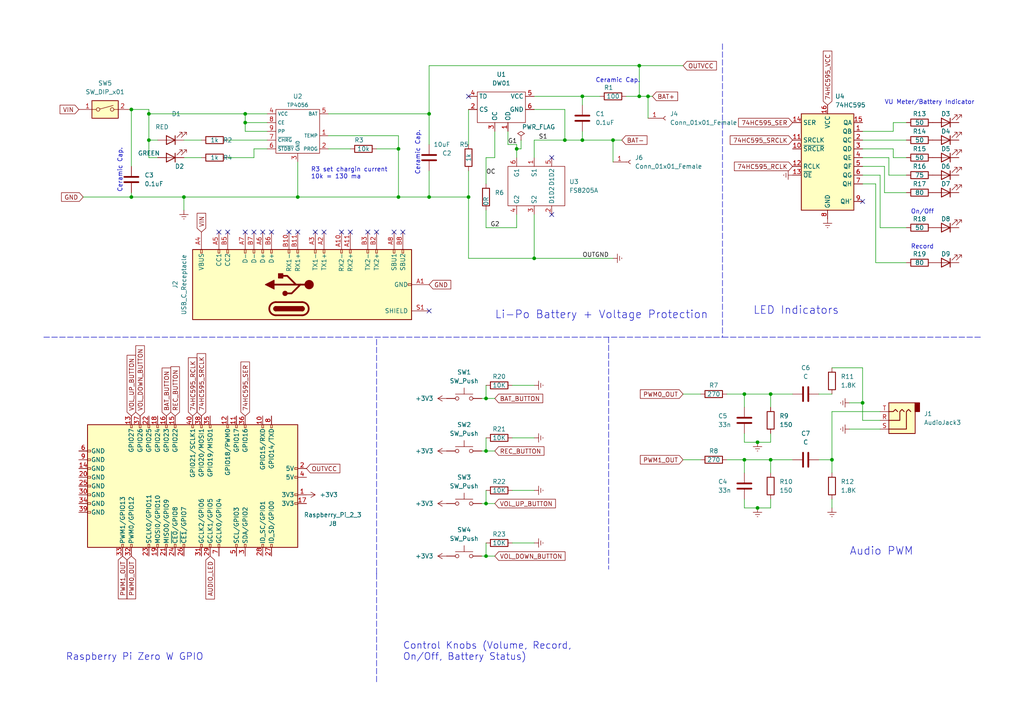
<source format=kicad_sch>
(kicad_sch (version 20230121) (generator eeschema)
  (paper "A4")
  (title_block (title "Etherscape mkII"))
  (lib_symbols
    (symbol "74xx:74HC595"
      (property "Reference" "U" (at -7.62 13.97 0))
      (property "Value" "74HC595" (at -7.62 -16.51 0))
      (symbol "74HC595_1_0"
        (pin tri_state line (at 10.16 7.62 180) (length 2.54) (name "QB") (number "1"))
        (pin input line (at -10.16 2.54 0) (length 2.54) (name "~{SRCLR}") (number "10"))
        (pin input line (at -10.16 5.08 0) (length 2.54) (name "SRCLK") (number "11"))
        (pin input line (at -10.16 -2.54 0) (length 2.54) (name "RCLK") (number "12"))
        (pin input line (at -10.16 -5.08 0) (length 2.54) (name "~{OE}") (number "13"))
        (pin input line (at -10.16 10.16 0) (length 2.54) (name "SER") (number "14"))
        (pin tri_state line (at 10.16 10.16 180) (length 2.54) (name "QA") (number "15"))
        (pin power_in line (at 0 15.24 270) (length 2.54) (name "VCC") (number "16"))
        (pin tri_state line (at 10.16 5.08 180) (length 2.54) (name "QC") (number "2"))
        (pin tri_state line (at 10.16 2.54 180) (length 2.54) (name "QD") (number "3"))
        (pin tri_state line (at 10.16 0 180) (length 2.54) (name "QE") (number "4"))
        (pin tri_state line (at 10.16 -2.54 180) (length 2.54) (name "QF") (number "5"))
        (pin tri_state line (at 10.16 -5.08 180) (length 2.54) (name "QG") (number "6"))
        (pin tri_state line (at 10.16 -7.62 180) (length 2.54) (name "QH") (number "7"))
        (pin power_in line (at 0 -17.78 90) (length 2.54) (name "GND") (number "8"))
        (pin output line (at 10.16 -12.7 180) (length 2.54) (name "QH'") (number "9"))
      )
      (symbol "74HC595_1_1"
        (rectangle (start -7.62 12.7) (end 7.62 -15.24) (stroke (width 0.254)) (fill (type background)))
      )
    )
    (symbol "Connector:Conn_01x01_Female" (pin_names (offset 1.016) hide)
      (property "Reference" "J" (at 0 2.54 0))
      (property "Value" "Conn_01x01_Female" (at 0 -2.54 0))
      (symbol "Conn_01x01_Female_1_1"
        (polyline (pts (xy -1.27 0) (xy -0.508 0)) (stroke (width 0.1524)))
        (arc (start 0 0.508) (mid -0.5058 0) (end 0 -0.508) (stroke (width 0.1524)))
        (pin passive line (at -5.08 0 0) (length 3.81) (name "Pin_1") (number "1"))
      )
    )
    (symbol "Connector:Raspberry_Pi_2_3" (pin_names (offset 1.016))
      (property "Reference" "J" (at -17.78 31.75 0))
      (property "Value" "Raspberry_Pi_2_3" (at 10.16 -31.75 0))
      (symbol "Raspberry_Pi_2_3_0_1"
        (rectangle (start -17.78 30.48) (end 17.78 -30.48) (stroke (width 0.254)) (fill (type background)))
      )
      (symbol "Raspberry_Pi_2_3_1_1"
        (rectangle (start -16.891 -17.526) (end -17.78 -18.034))
        (rectangle (start -16.891 -14.986) (end -17.78 -15.494))
        (rectangle (start -16.891 -12.446) (end -17.78 -12.954))
        (rectangle (start -16.891 -9.906) (end -17.78 -10.414))
        (rectangle (start -16.891 -7.366) (end -17.78 -7.874))
        (rectangle (start -16.891 -4.826) (end -17.78 -5.334))
        (rectangle (start -16.891 0.254) (end -17.78 -0.254))
        (rectangle (start -16.891 2.794) (end -17.78 2.286))
        (rectangle (start -16.891 5.334) (end -17.78 4.826))
        (rectangle (start -16.891 10.414) (end -17.78 9.906))
        (rectangle (start -16.891 12.954) (end -17.78 12.446))
        (rectangle (start -16.891 15.494) (end -17.78 14.986))
        (rectangle (start -16.891 20.574) (end -17.78 20.066))
        (rectangle (start -16.891 23.114) (end -17.78 22.606))
        (rectangle (start -10.414 -29.591) (end -9.906 -30.48))
        (rectangle (start -7.874 -29.591) (end -7.366 -30.48))
        (rectangle (start -5.334 -29.591) (end -4.826 -30.48))
        (rectangle (start -5.334 30.48) (end -4.826 29.591))
        (rectangle (start -2.794 -29.591) (end -2.286 -30.48))
        (rectangle (start -2.794 30.48) (end -2.286 29.591))
        (rectangle (start -0.254 -29.591) (end 0.254 -30.48))
        (rectangle (start 2.286 -29.591) (end 2.794 -30.48))
        (rectangle (start 2.286 30.48) (end 2.794 29.591))
        (rectangle (start 4.826 -29.591) (end 5.334 -30.48))
        (rectangle (start 4.826 30.48) (end 5.334 29.591))
        (rectangle (start 7.366 -29.591) (end 7.874 -30.48))
        (rectangle (start 17.78 -20.066) (end 16.891 -20.574))
        (rectangle (start 17.78 -17.526) (end 16.891 -18.034))
        (rectangle (start 17.78 -12.446) (end 16.891 -12.954))
        (rectangle (start 17.78 -9.906) (end 16.891 -10.414))
        (rectangle (start 17.78 -7.366) (end 16.891 -7.874))
        (rectangle (start 17.78 -4.826) (end 16.891 -5.334))
        (rectangle (start 17.78 -2.286) (end 16.891 -2.794))
        (rectangle (start 17.78 2.794) (end 16.891 2.286))
        (rectangle (start 17.78 5.334) (end 16.891 4.826))
        (rectangle (start 17.78 7.874) (end 16.891 7.366))
        (rectangle (start 17.78 12.954) (end 16.891 12.446))
        (rectangle (start 17.78 15.494) (end 16.891 14.986))
        (rectangle (start 17.78 20.574) (end 16.891 20.066))
        (rectangle (start 17.78 23.114) (end 16.891 22.606))
        (pin power_in line (at 2.54 33.02 270) (length 2.54) (name "3V3") (number "1"))
        (pin bidirectional line (at -20.32 20.32 0) (length 2.54) (name "GPIO15/RXD") (number "10"))
        (pin bidirectional line (at -20.32 12.7 0) (length 2.54) (name "GPIO17") (number "11"))
        (pin bidirectional line (at -20.32 10.16 0) (length 2.54) (name "GPIO18/PWM0") (number "12"))
        (pin bidirectional line (at -20.32 -17.78 0) (length 2.54) (name "GPIO27") (number "13"))
        (pin power_in line (at -5.08 -33.02 90) (length 2.54) (name "GND") (number "14"))
        (pin bidirectional line (at -20.32 -5.08 0) (length 2.54) (name "GPIO22") (number "15"))
        (pin bidirectional line (at -20.32 -7.62 0) (length 2.54) (name "GPIO23") (number "16"))
        (pin power_in line (at 5.08 33.02 270) (length 2.54) (name "3V3") (number "17"))
        (pin bidirectional line (at -20.32 -10.16 0) (length 2.54) (name "GPIO24") (number "18"))
        (pin bidirectional line (at 20.32 -10.16 180) (length 2.54) (name "MOSI0/GPIO10") (number "19"))
        (pin power_in line (at -5.08 33.02 270) (length 2.54) (name "5V") (number "2"))
        (pin power_in line (at -2.54 -33.02 90) (length 2.54) (name "GND") (number "20"))
        (pin bidirectional line (at 20.32 -7.62 180) (length 2.54) (name "MISO0/GPIO9") (number "21"))
        (pin bidirectional line (at -20.32 -12.7 0) (length 2.54) (name "GPIO25") (number "22"))
        (pin bidirectional line (at 20.32 -12.7 180) (length 2.54) (name "SCLK0/GPIO11") (number "23"))
        (pin bidirectional line (at 20.32 -5.08 180) (length 2.54) (name "~{CE0}/GPIO8") (number "24"))
        (pin power_in line (at 0 -33.02 90) (length 2.54) (name "GND") (number "25"))
        (pin bidirectional line (at 20.32 -2.54 180) (length 2.54) (name "~{CE1}/GPIO7") (number "26"))
        (pin bidirectional line (at 20.32 22.86 180) (length 2.54) (name "ID_SD/GPIO0") (number "27"))
        (pin bidirectional line (at 20.32 20.32 180) (length 2.54) (name "ID_SC/GPIO1") (number "28"))
        (pin bidirectional line (at 20.32 5.08 180) (length 2.54) (name "GCLK1/GPIO5") (number "29"))
        (pin bidirectional line (at 20.32 15.24 180) (length 2.54) (name "SDA/GPIO2") (number "3"))
        (pin power_in line (at 2.54 -33.02 90) (length 2.54) (name "GND") (number "30"))
        (pin bidirectional line (at 20.32 2.54 180) (length 2.54) (name "GCLK2/GPIO6") (number "31"))
        (pin bidirectional line (at 20.32 -17.78 180) (length 2.54) (name "PWM0/GPIO12") (number "32"))
        (pin bidirectional line (at 20.32 -20.32 180) (length 2.54) (name "PWM1/GPIO13") (number "33"))
        (pin power_in line (at 5.08 -33.02 90) (length 2.54) (name "GND") (number "34"))
        (pin bidirectional line (at -20.32 5.08 0) (length 2.54) (name "GPIO19/MISO1") (number "35"))
        (pin bidirectional line (at -20.32 15.24 0) (length 2.54) (name "GPIO16") (number "36"))
        (pin bidirectional line (at -20.32 -15.24 0) (length 2.54) (name "GPIO26") (number "37"))
        (pin bidirectional line (at -20.32 2.54 0) (length 2.54) (name "GPIO20/MOSI1") (number "38"))
        (pin power_in line (at 7.62 -33.02 90) (length 2.54) (name "GND") (number "39"))
        (pin power_in line (at -2.54 33.02 270) (length 2.54) (name "5V") (number "4"))
        (pin bidirectional line (at -20.32 0 0) (length 2.54) (name "GPIO21/SCLK1") (number "40"))
        (pin bidirectional line (at 20.32 12.7 180) (length 2.54) (name "SCL/GPIO3") (number "5"))
        (pin power_in line (at -10.16 -33.02 90) (length 2.54) (name "GND") (number "6"))
        (pin bidirectional line (at 20.32 7.62 180) (length 2.54) (name "GCLK0/GPIO4") (number "7"))
        (pin bidirectional line (at -20.32 22.86 0) (length 2.54) (name "GPIO14/TXD") (number "8"))
        (pin power_in line (at -7.62 -33.02 90) (length 2.54) (name "GND") (number "9"))
      )
    )
    (symbol "Connector:USB_C_Receptacle" (pin_names (offset 1.016))
      (property "Reference" "J" (at -10.16 29.21 0))
      (property "Value" "USB_C_Receptacle" (at 10.16 29.21 0))
      (symbol "USB_C_Receptacle_0_0"
        (rectangle (start -0.254 -35.56) (end 0.254 -34.544))
        (rectangle (start 10.16 -32.766) (end 9.144 -33.274))
        (rectangle (start 10.16 -30.226) (end 9.144 -30.734))
        (rectangle (start 10.16 -25.146) (end 9.144 -25.654))
        (rectangle (start 10.16 -22.606) (end 9.144 -23.114))
        (rectangle (start 10.16 -17.526) (end 9.144 -18.034))
        (rectangle (start 10.16 -14.986) (end 9.144 -15.494))
        (rectangle (start 10.16 -9.906) (end 9.144 -10.414))
        (rectangle (start 10.16 -7.366) (end 9.144 -7.874))
        (rectangle (start 10.16 -2.286) (end 9.144 -2.794))
        (rectangle (start 10.16 0.254) (end 9.144 -0.254))
        (rectangle (start 10.16 5.334) (end 9.144 4.826))
        (rectangle (start 10.16 7.874) (end 9.144 7.366))
        (rectangle (start 10.16 10.414) (end 9.144 9.906))
        (rectangle (start 10.16 12.954) (end 9.144 12.446))
        (rectangle (start 10.16 18.034) (end 9.144 17.526))
        (rectangle (start 10.16 20.574) (end 9.144 20.066))
        (rectangle (start 10.16 25.654) (end 9.144 25.146))
      )
      (symbol "USB_C_Receptacle_0_1"
        (rectangle (start -10.16 27.94) (end 10.16 -35.56) (stroke (width 0.254)) (fill (type background)))
        (arc (start -8.89 -3.81) (mid -6.985 -5.7067) (end -5.08 -3.81) (stroke (width 0.508)))
        (arc (start -7.62 -3.81) (mid -6.985 -4.4423) (end -6.35 -3.81) (stroke (width 0.254)))
        (arc (start -7.62 -3.81) (mid -6.985 -4.4423) (end -6.35 -3.81) (stroke (width 0.254)) (fill (type outline)))
        (rectangle (start -7.62 -3.81) (end -6.35 3.81) (stroke (width 0.254)) (fill (type outline)))
        (arc (start -6.35 3.81) (mid -6.985 4.4423) (end -7.62 3.81) (stroke (width 0.254)))
        (arc (start -6.35 3.81) (mid -6.985 4.4423) (end -7.62 3.81) (stroke (width 0.254)) (fill (type outline)))
        (arc (start -5.08 3.81) (mid -6.985 5.7067) (end -8.89 3.81) (stroke (width 0.508)))
        (polyline (pts (xy -8.89 -3.81) (xy -8.89 3.81)) (stroke (width 0.508)))
        (polyline (pts (xy -5.08 3.81) (xy -5.08 -3.81)) (stroke (width 0.508)))
      )
      (symbol "USB_C_Receptacle_1_1"
        (circle (center -2.54 1.143) (radius 0.635) (stroke (width 0.254)) (fill (type outline)))
        (circle (center 0 -5.842) (radius 1.27) (fill (type outline)))
        (polyline (pts (xy 0 -5.842) (xy 0 4.318)) (stroke (width 0.508)))
        (polyline (pts (xy 0 -3.302) (xy -2.54 -0.762) (xy -2.54 0.508)) (stroke (width 0.508)))
        (polyline (pts (xy 0 -2.032) (xy 2.54 0.508) (xy 2.54 1.778)) (stroke (width 0.508)))
        (polyline (pts (xy -1.27 4.318) (xy 0 6.858) (xy 1.27 4.318) (xy -1.27 4.318)) (stroke (width 0.254)) (fill (type outline)))
        (rectangle (start 1.905 1.778) (end 3.175 3.048) (stroke (width 0.254)) (fill (type outline)))
        (pin passive line (at 0 -40.64 90) (length 5.08) (name "GND") (number "A1"))
        (pin bidirectional line (at 15.24 -15.24 180) (length 5.08) (name "RX2-") (number "A10"))
        (pin bidirectional line (at 15.24 -17.78 180) (length 5.08) (name "RX2+") (number "A11"))
        (pin passive line (at 0 -40.64 90) (length 5.08) hide (name "GND") (number "A12"))
        (pin bidirectional line (at 15.24 -10.16 180) (length 5.08) (name "TX1+") (number "A2"))
        (pin bidirectional line (at 15.24 -7.62 180) (length 5.08) (name "TX1-") (number "A3"))
        (pin passive line (at 15.24 25.4 180) (length 5.08) (name "VBUS") (number "A4"))
        (pin bidirectional line (at 15.24 20.32 180) (length 5.08) (name "CC1") (number "A5"))
        (pin bidirectional line (at 15.24 7.62 180) (length 5.08) (name "D+") (number "A6"))
        (pin bidirectional line (at 15.24 12.7 180) (length 5.08) (name "D-") (number "A7"))
        (pin bidirectional line (at 15.24 -30.48 180) (length 5.08) (name "SBU1") (number "A8"))
        (pin passive line (at 15.24 25.4 180) (length 5.08) hide (name "VBUS") (number "A9"))
        (pin passive line (at 0 -40.64 90) (length 5.08) hide (name "GND") (number "B1"))
        (pin bidirectional line (at 15.24 0 180) (length 5.08) (name "RX1-") (number "B10"))
        (pin bidirectional line (at 15.24 -2.54 180) (length 5.08) (name "RX1+") (number "B11"))
        (pin passive line (at 0 -40.64 90) (length 5.08) hide (name "GND") (number "B12"))
        (pin bidirectional line (at 15.24 -25.4 180) (length 5.08) (name "TX2+") (number "B2"))
        (pin bidirectional line (at 15.24 -22.86 180) (length 5.08) (name "TX2-") (number "B3"))
        (pin passive line (at 15.24 25.4 180) (length 5.08) hide (name "VBUS") (number "B4"))
        (pin bidirectional line (at 15.24 17.78 180) (length 5.08) (name "CC2") (number "B5"))
        (pin bidirectional line (at 15.24 5.08 180) (length 5.08) (name "D+") (number "B6"))
        (pin bidirectional line (at 15.24 10.16 180) (length 5.08) (name "D-") (number "B7"))
        (pin bidirectional line (at 15.24 -33.02 180) (length 5.08) (name "SBU2") (number "B8"))
        (pin passive line (at 15.24 25.4 180) (length 5.08) hide (name "VBUS") (number "B9"))
        (pin passive line (at -7.62 -40.64 90) (length 5.08) (name "SHIELD") (number "S1"))
      )
    )
    (symbol "Connector_Audio:AudioJack3"
      (property "Reference" "J" (at 0 8.89 0))
      (property "Value" "AudioJack3" (at 0 6.35 0))
      (symbol "AudioJack3_0_1"
        (rectangle (start -5.08 -5.08) (end -6.35 -2.54) (stroke (width 0.254)) (fill (type outline)))
        (polyline (pts (xy 0 -2.54) (xy 0.635 -3.175) (xy 1.27 -2.54) (xy 2.54 -2.54)) (stroke (width 0.254)))
        (polyline (pts (xy -1.905 -2.54) (xy -1.27 -3.175) (xy -0.635 -2.54) (xy -0.635 0) (xy 2.54 0)) (stroke (width 0.254)))
        (polyline (pts (xy 2.54 2.54) (xy -2.54 2.54) (xy -2.54 -2.54) (xy -3.175 -3.175) (xy -3.81 -2.54)) (stroke (width 0.254)))
        (rectangle (start 2.54 3.81) (end -5.08 -5.08) (stroke (width 0.254)) (fill (type background)))
      )
      (symbol "AudioJack3_1_1"
        (pin passive line (at 5.08 0 180) (length 2.54) (name "~") (number "R"))
        (pin passive line (at 5.08 2.54 180) (length 2.54) (name "~") (number "S"))
        (pin passive line (at 5.08 -2.54 180) (length 2.54) (name "~") (number "T"))
      )
    )
    (symbol "Device:C" (pin_numbers hide) (pin_names (offset 0.254))
      (property "Reference" "C" (at 0.635 2.54 0))
      (property "Value" "C" (at 0.635 -2.54 0))
      (symbol "C_0_1"
        (polyline (pts (xy -2.032 -0.762) (xy 2.032 -0.762)) (stroke (width 0.508)))
        (polyline (pts (xy -2.032 0.762) (xy 2.032 0.762)) (stroke (width 0.508)))
      )
      (symbol "C_1_1"
        (pin passive line (at 0 3.81 270) (length 2.794) (name "~") (number "1"))
        (pin passive line (at 0 -3.81 90) (length 2.794) (name "~") (number "2"))
      )
    )
    (symbol "Device:LED" (pin_numbers hide) (pin_names (offset 1.016) hide)
      (property "Reference" "D" (at 0 2.54 0))
      (property "Value" "LED" (at 0 -2.54 0))
      (symbol "LED_0_1"
        (polyline (pts (xy -1.27 -1.27) (xy -1.27 1.27)) (stroke (width 0.254)))
        (polyline (pts (xy -1.27 0) (xy 1.27 0)))
        (polyline (pts (xy 1.27 -1.27) (xy 1.27 1.27) (xy -1.27 0) (xy 1.27 -1.27)) (stroke (width 0.254)))
        (polyline (pts (xy -3.048 -0.762) (xy -4.572 -2.286) (xy -3.81 -2.286) (xy -4.572 -2.286) (xy -4.572 -1.524)))
        (polyline (pts (xy -1.778 -0.762) (xy -3.302 -2.286) (xy -2.54 -2.286) (xy -3.302 -2.286) (xy -3.302 -1.524)))
      )
      (symbol "LED_1_1"
        (pin passive line (at -3.81 0 0) (length 2.54) (name "K") (number "1"))
        (pin passive line (at 3.81 0 180) (length 2.54) (name "A") (number "2"))
      )
    )
    (symbol "Device:R" (pin_numbers hide) (pin_names (offset 0))
      (property "Reference" "R" (at 2.032 0 90))
      (property "Value" "R" (at 0 0 90))
      (symbol "R_0_1"
        (rectangle (start -1.016 -2.54) (end 1.016 2.54) (stroke (width 0.254)))
      )
      (symbol "R_1_1"
        (pin passive line (at 0 3.81 270) (length 1.27) (name "~") (number "1"))
        (pin passive line (at 0 -3.81 90) (length 1.27) (name "~") (number "2"))
      )
    )
    (symbol "Earth_1" (power) (pin_names (offset 0))
      (symbol "Earth_1_0_1"
        (polyline (pts (xy -0.635 -1.905) (xy 0.635 -1.905)))
        (polyline (pts (xy -0.127 -2.54) (xy 0.127 -2.54)))
        (polyline (pts (xy 0 -1.27) (xy 0 0)))
        (polyline (pts (xy 1.27 -1.27) (xy -1.27 -1.27)))
      )
      (symbol "Earth_1_1_1"
        (pin power_in line (at 0 0 270) (length 0) hide (name "Earth") (number "1"))
      )
    )
    (symbol "Earth_2" (power) (pin_names (offset 0))
      (symbol "Earth_2_0_1"
        (polyline (pts (xy -0.635 -1.905) (xy 0.635 -1.905)))
        (polyline (pts (xy -0.127 -2.54) (xy 0.127 -2.54)))
        (polyline (pts (xy 0 -1.27) (xy 0 0)))
        (polyline (pts (xy 1.27 -1.27) (xy -1.27 -1.27)))
      )
      (symbol "Earth_2_1_1"
        (pin power_in line (at 0 0 270) (length 0) hide (name "Earth") (number "1"))
      )
    )
    (symbol "Earth_3" (power) (pin_names (offset 0))
      (symbol "Earth_3_0_1"
        (polyline (pts (xy -0.635 -1.905) (xy 0.635 -1.905)))
        (polyline (pts (xy -0.127 -2.54) (xy 0.127 -2.54)))
        (polyline (pts (xy 0 -1.27) (xy 0 0)))
        (polyline (pts (xy 1.27 -1.27) (xy -1.27 -1.27)))
      )
      (symbol "Earth_3_1_1"
        (pin power_in line (at 0 0 270) (length 0) hide (name "Earth") (number "1"))
      )
    )
    (symbol "Earth_4" (power) (pin_names (offset 0))
      (symbol "Earth_4_0_1"
        (polyline (pts (xy -0.635 -1.905) (xy 0.635 -1.905)))
        (polyline (pts (xy -0.127 -2.54) (xy 0.127 -2.54)))
        (polyline (pts (xy 0 -1.27) (xy 0 0)))
        (polyline (pts (xy 1.27 -1.27) (xy -1.27 -1.27)))
      )
      (symbol "Earth_4_1_1"
        (pin power_in line (at 0 0 270) (length 0) hide (name "Earth") (number "1"))
      )
    )
    (symbol "Earth_5" (power) (pin_names (offset 0))
      (symbol "Earth_5_0_1"
        (polyline (pts (xy -0.635 -1.905) (xy 0.635 -1.905)))
        (polyline (pts (xy -0.127 -2.54) (xy 0.127 -2.54)))
        (polyline (pts (xy 0 -1.27) (xy 0 0)))
        (polyline (pts (xy 1.27 -1.27) (xy -1.27 -1.27)))
      )
      (symbol "Earth_5_1_1"
        (pin power_in line (at 0 0 270) (length 0) hide (name "Earth") (number "1"))
      )
    )
    (symbol "Earth_6" (power) (pin_names (offset 0))
      (symbol "Earth_6_0_1"
        (polyline (pts (xy -0.635 -1.905) (xy 0.635 -1.905)))
        (polyline (pts (xy -0.127 -2.54) (xy 0.127 -2.54)))
        (polyline (pts (xy 0 -1.27) (xy 0 0)))
        (polyline (pts (xy 1.27 -1.27) (xy -1.27 -1.27)))
      )
      (symbol "Earth_6_1_1"
        (pin power_in line (at 0 0 270) (length 0) hide (name "Earth") (number "1"))
      )
    )
    (symbol "Switch:SW_DIP_x01" (pin_names (offset 0) hide)
      (property "Reference" "SW" (at 0 3.81 0))
      (property "Value" "SW_DIP_x01" (at 0 -3.81 0))
      (symbol "SW_DIP_x01_0_0"
        (circle (center -2.032 0) (radius 0.508))
        (polyline (pts (xy -1.524 0.127) (xy 2.3622 1.1684)))
        (circle (center 2.032 0) (radius 0.508))
      )
      (symbol "SW_DIP_x01_0_1"
        (rectangle (start -3.81 2.54) (end 3.81 -2.54) (stroke (width 0.254)) (fill (type background)))
      )
      (symbol "SW_DIP_x01_1_1"
        (pin passive line (at -7.62 0 0) (length 5.08) (name "~") (number "1"))
        (pin passive line (at 7.62 0 180) (length 5.08) (name "~") (number "2"))
      )
    )
    (symbol "Switch:SW_Push" (pin_numbers hide) (pin_names (offset 1.016) hide)
      (property "Reference" "SW" (at 1.27 2.54 0))
      (property "Value" "SW_Push" (at 0 -1.524 0))
      (symbol "SW_Push_0_1"
        (circle (center -2.032 0) (radius 0.508))
        (polyline (pts (xy 0 1.27) (xy 0 3.048)))
        (polyline (pts (xy 2.54 1.27) (xy -2.54 1.27)))
        (circle (center 2.032 0) (radius 0.508))
        (pin passive line (at -5.08 0 0) (length 2.54) (name "1") (number "1"))
        (pin passive line (at 5.08 0 180) (length 2.54) (name "2") (number "2"))
      )
    )
    (symbol "dw01:DW01"
      (property "Reference" "U" (at 1.27 10.16 0))
      (property "Value" "DW01" (at 11.43 10.16 0))
      (symbol "DW01_0_1"
        (rectangle (start 0 8.89) (end 13.97 0))
      )
      (symbol "DW01_1_1"
        (pin input line (at 8.89 -2.54 90) (length 2.54) (name "OD") (number "1"))
        (pin input line (at -2.54 3.81 0) (length 2.54) (name "CS") (number "2"))
        (pin input line (at 5.08 -2.54 90) (length 2.54) (name "OC") (number "3"))
        (pin input line (at -2.54 7.62 0) (length 2.54) (name "TD") (number "4"))
        (pin input line (at 16.51 7.62 180) (length 2.54) (name "VCC") (number "5"))
        (pin input line (at 16.51 3.81 180) (length 2.54) (name "GND") (number "6"))
      )
    )
    (symbol "fs8205:FS8205A"
      (property "Reference" "U" (at 1.27 5.08 0))
      (property "Value" "FS8205A" (at -1.27 8.89 90))
      (symbol "FS8205A_0_1"
        (rectangle (start 0 11.43) (end 16.51 0))
      )
      (symbol "FS8205A_1_1"
        (pin input line (at 7.62 13.97 270) (length 2.54) (name "S1") (number "1"))
        (pin input line (at 12.7 -2.54 90) (length 2.54) (name "D1D2") (number "2"))
        (pin input line (at 7.62 -2.54 90) (length 2.54) (name "S2") (number "3"))
        (pin input line (at 2.54 -2.54 90) (length 2.54) (name "G2") (number "4"))
        (pin input line (at 12.7 13.97 270) (length 2.54) (name "D1D2") (number "5"))
        (pin input line (at 2.54 13.97 270) (length 2.54) (name "G1") (number "6"))
      )
    )
    (symbol "power:+3V3" (power) (pin_names (offset 0))
      (property "Value" "+3V3" (at 0 3.556 0))
      (symbol "+3V3_0_1"
        (polyline (pts (xy -0.762 1.27) (xy 0 2.54)))
        (polyline (pts (xy 0 0) (xy 0 2.54)))
        (polyline (pts (xy 0 2.54) (xy 0.762 1.27)))
      )
      (symbol "+3V3_1_1"
        (pin power_in line (at 0 0 90) (length 0) hide (name "+3V3") (number "1"))
      )
    )
    (symbol "power:Earth" (power) (pin_names (offset 0))
      (symbol "Earth_0_1"
        (polyline (pts (xy -0.635 -1.905) (xy 0.635 -1.905)))
        (polyline (pts (xy -0.127 -2.54) (xy 0.127 -2.54)))
        (polyline (pts (xy 0 -1.27) (xy 0 0)))
        (polyline (pts (xy 1.27 -1.27) (xy -1.27 -1.27)))
      )
      (symbol "Earth_1_1"
        (pin power_in line (at 0 0 270) (length 0) hide (name "Earth") (number "1"))
      )
    )
    (symbol "power:PWR_FLAG" (power) (pin_numbers hide) (pin_names (offset 0) hide)
      (property "Value" "PWR_FLAG" (at 0 3.81 0))
      (symbol "PWR_FLAG_0_0"
        (pin power_out line (at 0 0 90) (length 0) (name "pwr") (number "1"))
      )
      (symbol "PWR_FLAG_0_1"
        (polyline (pts (xy 0 0) (xy 0 1.27) (xy -1.016 1.905) (xy 0 2.54) (xy 1.016 1.905) (xy 0 1.27)))
      )
    )
    (symbol "tp4056:TP4056"
      (property "Reference" "U" (at 1.27 13.97 0))
      (property "Value" "TP4056" (at 8.89 13.97 0))
      (symbol "TP4056_0_1"
        (rectangle (start 0 12.7) (end 12.7 0))
      )
      (symbol "TP4056_1_1"
        (pin input line (at 15.24 5.08 180) (length 2.54) (name "TEMP") (number "1"))
        (pin input line (at 15.24 1.27 180) (length 2.54) (name "PROG") (number "2"))
        (pin input line (at 6.35 -2.54 90) (length 2.54) (name "GND") (number "3"))
        (pin input line (at -2.54 11.43 0) (length 2.54) (name "VCC") (number "4"))
        (pin input line (at 15.24 11.43 180) (length 2.54) (name "BAT") (number "5"))
        (pin input line (at -2.54 1.27 0) (length 2.54) (name "~{STDBY}") (number "6"))
        (pin input line (at -2.54 3.81 0) (length 2.54) (name "~{CHRG}") (number "7"))
        (pin input line (at -2.54 8.89 0) (length 2.54) (name "CE") (number "8"))
        (pin input line (at -2.54 6.35 0) (length 2.54) (name "PP") (number "9"))
      )
    )
  )
  (junction (at 43.18 33.02))
  (junction (at 71.12 35.56))
  (junction (at 140.97 146.05))
  (junction (at 38.1 31.75))
  (junction (at 223.52 133.35))
  (junction (at 223.52 114.3))
  (junction (at 86.36 57.15))
  (junction (at 124.46 33.02))
  (junction (at 140.97 161.29))
  (junction (at 219.71 128.27))
  (junction (at 185.42 19.05))
  (junction (at 43.18 40.64))
  (junction (at 177.8 40.64))
  (junction (at 38.1 57.15))
  (junction (at 187.96 27.94))
  (junction (at 250.19 116.84))
  (junction (at 168.91 40.64))
  (junction (at 149.86 43.18))
  (junction (at 140.97 115.57))
  (junction (at 53.34 57.15))
  (junction (at 241.3 133.35))
  (junction (at 124.46 57.15))
  (junction (at 185.42 27.94))
  (junction (at 215.9 133.35))
  (junction (at 219.71 147.32))
  (junction (at 135.89 57.15))
  (junction (at 140.97 130.81))
  (junction (at 115.57 43.18))
  (junction (at 168.91 27.94))
  (junction (at 215.9 114.3))
  (junction (at 163.83 40.64))
  (junction (at 154.94 74.93))
  (junction (at 71.12 33.02))
  (junction (at 115.57 57.15))
  (no_connect (at 160.02 45.72))
  (no_connect (at 135.89 27.94))
  (no_connect (at 250.19 58.42))
  (no_connect (at 160.02 62.23))
  (no_connect (at 73.66 67.31))
  (no_connect (at 66.04 67.31))
  (no_connect (at 63.5 67.31))
  (no_connect (at 71.12 67.31))
  (no_connect (at 109.22 67.31))
  (no_connect (at 114.3 67.31))
  (no_connect (at 124.46 90.17))
  (no_connect (at 116.84 67.31))
  (no_connect (at 99.06 67.31))
  (no_connect (at 93.98 67.31))
  (no_connect (at 101.6 67.31))
  (no_connect (at 106.68 67.31))
  (no_connect (at 91.44 67.31))
  (no_connect (at 86.36 67.31))
  (no_connect (at 83.82 67.31))
  (no_connect (at 76.2 67.31))
  (no_connect (at 78.74 67.31))
  (wire (pts (xy 215.9 114.3) (xy 215.9 118.11)))
  (wire (pts (xy 215.9 114.3) (xy 223.52 114.3)))
  (wire (pts (xy 223.52 133.35) (xy 229.87 133.35)))
  (wire (pts (xy 154.94 62.23) (xy 154.94 74.93)))
  (wire (pts (xy 43.18 33.02) (xy 71.12 33.02)))
  (wire (pts (xy 210.82 114.3) (xy 215.9 114.3)))
  (wire (pts (xy 135.89 57.15) (xy 135.89 74.93)))
  (wire (pts (xy 24.13 57.15) (xy 38.1 57.15)))
  (wire (pts (xy 140.97 60.96) (xy 140.97 66.04)))
  (wire (pts (xy 185.42 27.94) (xy 187.96 27.94)))
  (wire (pts (xy 45.72 45.72) (xy 43.18 45.72)))
  (wire (pts (xy 254 76.2) (xy 254 53.34)))
  (wire (pts (xy 187.96 27.94) (xy 187.96 34.29)))
  (wire (pts (xy 140.97 115.57) (xy 139.7 115.57)))
  (wire (pts (xy 215.9 133.35) (xy 223.52 133.35)))
  (wire (pts (xy 154.94 157.48) (xy 148.59 157.48)))
  (wire (pts (xy 250.19 48.26) (xy 256.54 48.26)))
  (wire (pts (xy 140.97 161.29) (xy 139.7 161.29)))
  (wire (pts (xy 215.9 125.73) (xy 215.9 128.27)))
  (wire (pts (xy 43.18 31.75) (xy 43.18 33.02)))
  (wire (pts (xy 147.32 38.1) (xy 147.32 41.91)))
  (wire (pts (xy 219.71 147.32) (xy 223.52 147.32)))
  (wire (pts (xy 151.13 43.18) (xy 149.86 43.18)))
  (wire (pts (xy 53.34 57.15) (xy 86.36 57.15)))
  (wire (pts (xy 241.3 137.16) (xy 241.3 133.35)))
  (wire (pts (xy 124.46 19.05) (xy 124.46 33.02)))
  (wire (pts (xy 73.66 43.18) (xy 73.66 45.72)))
  (wire (pts (xy 223.52 147.32) (xy 223.52 144.78)))
  (wire (pts (xy 255.27 66.04) (xy 255.27 50.8)))
  (wire (pts (xy 223.52 125.73) (xy 223.52 128.27)))
  (wire (pts (xy 177.8 40.64) (xy 177.8 46.99)))
  (wire (pts (xy 223.52 137.16) (xy 223.52 133.35)))
  (wire (pts (xy 215.9 147.32) (xy 219.71 147.32)))
  (wire (pts (xy 53.34 45.72) (xy 58.42 45.72)))
  (wire (pts (xy 143.51 45.72) (xy 140.97 45.72)))
  (wire (pts (xy 53.34 40.64) (xy 58.42 40.64)))
  (wire (pts (xy 38.1 31.75) (xy 38.1 48.26)))
  (wire (pts (xy 198.12 133.35) (xy 203.2 133.35)))
  (wire (pts (xy 95.25 33.02) (xy 124.46 33.02)))
  (wire (pts (xy 151.13 40.64) (xy 151.13 43.18)))
  (wire (pts (xy 154.94 45.72) (xy 154.94 40.64)))
  (wire (pts (xy 143.51 161.29) (xy 140.97 161.29)))
  (wire (pts (xy 219.71 128.27) (xy 223.52 128.27)))
  (wire (pts (xy 250.19 43.18) (xy 259.08 43.18)))
  (wire (pts (xy 73.66 45.72) (xy 66.04 45.72)))
  (wire (pts (xy 154.94 127) (xy 148.59 127)))
  (wire (pts (xy 259.08 43.18) (xy 259.08 45.72)))
  (wire (pts (xy 223.52 114.3) (xy 229.87 114.3)))
  (wire (pts (xy 256.54 55.88) (xy 262.89 55.88)))
  (polyline (pts (xy 209.55 97.79) (xy 284.48 97.79)) (stroke (width 0) (type dash)))
  (wire (pts (xy 168.91 40.64) (xy 177.8 40.64)))
  (wire (pts (xy 147.32 41.91) (xy 149.86 41.91)))
  (polyline (pts (xy 12.7 97.79) (xy 209.55 97.79)) (stroke (width 0) (type dash)))
  (wire (pts (xy 124.46 49.53) (xy 124.46 57.15)))
  (wire (pts (xy 246.38 116.84) (xy 250.19 116.84)))
  (wire (pts (xy 38.1 57.15) (xy 53.34 57.15)))
  (wire (pts (xy 140.97 130.81) (xy 139.7 130.81)))
  (wire (pts (xy 71.12 33.02) (xy 77.47 33.02)))
  (wire (pts (xy 124.46 19.05) (xy 185.42 19.05)))
  (wire (pts (xy 241.3 147.32) (xy 241.3 144.78)))
  (wire (pts (xy 149.86 66.04) (xy 149.86 62.23)))
  (wire (pts (xy 71.12 35.56) (xy 71.12 38.1)))
  (polyline (pts (xy 109.22 166.37) (xy 109.22 198.12)) (stroke (width 0) (type dash)))
  (polyline (pts (xy 176.53 97.79) (xy 176.53 165.1)) (stroke (width 0) (type dash)))
  (wire (pts (xy 140.97 66.04) (xy 149.86 66.04)))
  (wire (pts (xy 250.19 40.64) (xy 262.89 40.64)))
  (wire (pts (xy 168.91 27.94) (xy 173.99 27.94)))
  (wire (pts (xy 250.19 116.84) (xy 250.19 121.92)))
  (wire (pts (xy 259.08 35.56) (xy 262.89 35.56)))
  (wire (pts (xy 124.46 57.15) (xy 135.89 57.15)))
  (wire (pts (xy 154.94 142.24) (xy 148.59 142.24)))
  (wire (pts (xy 262.89 76.2) (xy 254 76.2)))
  (wire (pts (xy 109.22 43.18) (xy 115.57 43.18)))
  (wire (pts (xy 86.36 46.99) (xy 86.36 57.15)))
  (wire (pts (xy 135.89 49.53) (xy 135.89 57.15)))
  (wire (pts (xy 255.27 50.8) (xy 250.19 50.8)))
  (wire (pts (xy 163.83 31.75) (xy 163.83 40.64)))
  (wire (pts (xy 154.94 111.76) (xy 148.59 111.76)))
  (wire (pts (xy 177.8 40.64) (xy 180.34 40.64)))
  (wire (pts (xy 237.49 133.35) (xy 241.3 133.35)))
  (wire (pts (xy 43.18 40.64) (xy 45.72 40.64)))
  (wire (pts (xy 135.89 74.93) (xy 154.94 74.93)))
  (wire (pts (xy 140.97 157.48) (xy 140.97 161.29)))
  (wire (pts (xy 259.08 38.1) (xy 259.08 35.56)))
  (wire (pts (xy 71.12 33.02) (xy 71.12 35.56)))
  (wire (pts (xy 77.47 43.18) (xy 73.66 43.18)))
  (wire (pts (xy 71.12 35.56) (xy 77.47 35.56)))
  (wire (pts (xy 43.18 40.64) (xy 43.18 33.02)))
  (wire (pts (xy 181.61 27.94) (xy 185.42 27.94)))
  (wire (pts (xy 154.94 27.94) (xy 168.91 27.94)))
  (wire (pts (xy 124.46 33.02) (xy 124.46 41.91)))
  (wire (pts (xy 250.19 38.1) (xy 259.08 38.1)))
  (wire (pts (xy 140.97 142.24) (xy 140.97 146.05)))
  (wire (pts (xy 259.08 45.72) (xy 262.89 45.72)))
  (wire (pts (xy 135.89 31.75) (xy 135.89 41.91)))
  (wire (pts (xy 143.51 146.05) (xy 140.97 146.05)))
  (wire (pts (xy 168.91 38.1) (xy 168.91 40.64)))
  (wire (pts (xy 257.81 50.8) (xy 262.89 50.8)))
  (polyline (pts (xy 109.22 166.37) (xy 109.22 97.79)) (stroke (width 0) (type dash)))
  (wire (pts (xy 215.9 144.78) (xy 215.9 147.32)))
  (wire (pts (xy 215.9 128.27) (xy 219.71 128.27)))
  (wire (pts (xy 255.27 66.04) (xy 262.89 66.04)))
  (wire (pts (xy 254 53.34) (xy 250.19 53.34)))
  (polyline (pts (xy 209.55 12.7) (xy 209.55 97.79)) (stroke (width 0) (type dash)))
  (wire (pts (xy 185.42 19.05) (xy 198.12 19.05)))
  (wire (pts (xy 168.91 27.94) (xy 168.91 30.48)))
  (wire (pts (xy 143.51 130.81) (xy 140.97 130.81)))
  (wire (pts (xy 95.25 43.18) (xy 101.6 43.18)))
  (wire (pts (xy 198.12 114.3) (xy 203.2 114.3)))
  (wire (pts (xy 163.83 40.64) (xy 168.91 40.64)))
  (wire (pts (xy 86.36 57.15) (xy 115.57 57.15)))
  (wire (pts (xy 38.1 55.88) (xy 38.1 57.15)))
  (wire (pts (xy 66.04 40.64) (xy 77.47 40.64)))
  (wire (pts (xy 140.97 45.72) (xy 140.97 53.34)))
  (wire (pts (xy 140.97 127) (xy 140.97 130.81)))
  (wire (pts (xy 154.94 31.75) (xy 163.83 31.75)))
  (wire (pts (xy 223.52 118.11) (xy 223.52 114.3)))
  (wire (pts (xy 241.3 106.68) (xy 250.19 106.68)))
  (wire (pts (xy 53.34 57.15) (xy 53.34 60.96)))
  (wire (pts (xy 140.97 146.05) (xy 139.7 146.05)))
  (wire (pts (xy 187.96 27.94) (xy 189.23 27.94)))
  (wire (pts (xy 246.38 124.46) (xy 255.27 124.46)))
  (wire (pts (xy 215.9 133.35) (xy 215.9 137.16)))
  (wire (pts (xy 256.54 48.26) (xy 256.54 55.88)))
  (wire (pts (xy 43.18 45.72) (xy 43.18 40.64)))
  (wire (pts (xy 241.3 119.38) (xy 255.27 119.38)))
  (wire (pts (xy 143.51 38.1) (xy 143.51 45.72)))
  (wire (pts (xy 241.3 133.35) (xy 241.3 119.38)))
  (wire (pts (xy 250.19 121.92) (xy 255.27 121.92)))
  (wire (pts (xy 237.49 114.3) (xy 241.3 114.3)))
  (wire (pts (xy 143.51 115.57) (xy 140.97 115.57)))
  (wire (pts (xy 149.86 43.18) (xy 149.86 45.72)))
  (wire (pts (xy 149.86 41.91) (xy 149.86 43.18)))
  (wire (pts (xy 95.25 39.37) (xy 115.57 39.37)))
  (wire (pts (xy 250.19 106.68) (xy 250.19 116.84)))
  (wire (pts (xy 115.57 43.18) (xy 115.57 57.15)))
  (wire (pts (xy 115.57 39.37) (xy 115.57 43.18)))
  (wire (pts (xy 185.42 19.05) (xy 185.42 27.94)))
  (wire (pts (xy 154.94 74.93) (xy 177.8 74.93)))
  (wire (pts (xy 140.97 111.76) (xy 140.97 115.57)))
  (wire (pts (xy 210.82 133.35) (xy 215.9 133.35)))
  (wire (pts (xy 257.81 45.72) (xy 257.81 50.8)))
  (wire (pts (xy 38.1 31.75) (xy 43.18 31.75)))
  (wire (pts (xy 250.19 45.72) (xy 257.81 45.72)))
  (wire (pts (xy 154.94 40.64) (xy 163.83 40.64)))
  (wire (pts (xy 77.47 38.1) (xy 71.12 38.1)))
  (wire (pts (xy 115.57 57.15) (xy 124.46 57.15)))
  (text "Ceramic Cap." (at 35.56 55.88 90) (effects (font (size 1.27 1.27)) (justify left bottom)))
  (text "Li-Po Battery + Voltage Protection" (at 143.51 92.71 0) (effects (font (size 2.27 2.27)) (justify left bottom)))
  (text "VU Meter/Battery Indicator\n" (at 256.54 30.48 0) (effects (font (size 1.27 1.27)) (justify left bottom)))
  (text "R3 set chargin current\n10k = 130 ma" (at 90.17 52.07 0) (effects (font (size 1.27 1.27)) (justify left bottom)))
  (text "Audio PWM" (at 246.38 161.29 0) (effects (font (size 2.27 2.27)) (justify left bottom)))
  (text "Record" (at 264.16 72.39 0) (effects (font (size 1.27 1.27)) (justify left bottom)))
  (text "Raspberry Pi Zero W GPIO\n" (at 19.05 191.77 0) (effects (font (size 2 2)) (justify left bottom)))
  (text "On/Off" (at 264.16 62.23 0) (effects (font (size 1.27 1.27)) (justify left bottom)))
  (text "LED Indicators" (at 218.44 91.44 0) (effects (font (size 2.27 2.27)) (justify left bottom)))
  (text "Ceramic Cap." (at 172.72 24.13 0) (effects (font (size 1.27 1.27)) (justify left bottom)))
  (text "Ceramic Cap." (at 121.92 50.8 90) (effects (font (size 1.27 1.27)) (justify left bottom)))
  (text "Control Knobs (Volume, Record, \nOn/Off, Battery Status)\n" (at 116.84 191.77 0) (effects (font (size 2 2)) (justify left bottom)))
  (label "G1" (at 147.32 41.91 0))
  (label "OUTGND" (at 168.91 74.93 0))
  (label "G2" (at 142.24 66.04 0))
  (label "S1" (at 156.21 40.64 0))
  (label "OC" (at 140.97 50.8 0))
  (global_label "PWM0_OUT" (shape input) (at 198.12 114.3 180) (property "Intersheetrefs" "${INTERSHEET_REFS}" (effects hide)))
  (global_label "PWM1_OUT" (shape input) (at 198.12 133.35 180) (property "Intersheetrefs" "${INTERSHEET_REFS}" (effects hide)))
  (global_label "74HC595_SRCLK" (shape input) (at 58.42 120.65 90) (property "Intersheetrefs" "${INTERSHEET_REFS}" (effects hide)))
  (global_label "BAT+" (shape input) (at 189.23 27.94 0) (property "Intersheetrefs" "${INTERSHEET_REFS}" (effects hide)))
  (global_label "GND" (shape input) (at 124.46 82.55 0) (property "Intersheetrefs" "${INTERSHEET_REFS}" (effects hide)))
  (global_label "VOL_DOWN_BUTTON" (shape input) (at 40.64 120.65 90) (property "Intersheetrefs" "${INTERSHEET_REFS}" (effects hide)))
  (global_label "74HC595_RCLK" (shape input) (at 55.88 120.65 90) (property "Intersheetrefs" "${INTERSHEET_REFS}" (effects hide)))
  (global_label "AUDIO_LED" (shape input) (at 60.96 161.29 270) (property "Intersheetrefs" "${INTERSHEET_REFS}" (effects hide)))
  (global_label "PWM0_OUT" (shape input) (at 38.1 161.29 270) (property "Intersheetrefs" "${INTERSHEET_REFS}" (effects hide)))
  (global_label "74HC595_RCLK" (shape input) (at 229.87 48.26 180) (property "Intersheetrefs" "${INTERSHEET_REFS}" (effects hide)))
  (global_label "REC_BUTTON" (shape input) (at 50.8 120.65 90) (property "Intersheetrefs" "${INTERSHEET_REFS}" (effects hide)))
  (global_label "PWM1_OUT" (shape input) (at 35.56 161.29 270) (property "Intersheetrefs" "${INTERSHEET_REFS}" (effects hide)))
  (global_label "74HC595_SRCLK" (shape input) (at 229.87 40.64 180) (property "Intersheetrefs" "${INTERSHEET_REFS}" (effects hide)))
  (global_label "OUTVCC" (shape input) (at 198.12 19.05 0) (property "Intersheetrefs" "${INTERSHEET_REFS}" (effects hide)))
  (global_label "VOL_DOWN_BUTTON" (shape input) (at 143.51 161.29 0) (property "Intersheetrefs" "${INTERSHEET_REFS}" (effects hide)))
  (global_label "BAT_BUTTON" (shape input) (at 48.26 120.65 90) (property "Intersheetrefs" "${INTERSHEET_REFS}" (effects hide)))
  (global_label "VOL_UP_BUTTON" (shape input) (at 38.1 120.65 90) (property "Intersheetrefs" "${INTERSHEET_REFS}" (effects hide)))
  (global_label "74HC595_VCC" (shape input) (at 240.03 30.48 90) (property "Intersheetrefs" "${INTERSHEET_REFS}" (effects hide)))
  (global_label "VIN" (shape input) (at 22.86 31.75 180) (property "Intersheetrefs" "${INTERSHEET_REFS}" (effects hide)))
  (global_label "BAT-" (shape input) (at 180.34 40.64 0) (property "Intersheetrefs" "${INTERSHEET_REFS}" (effects hide)))
  (global_label "BAT_BUTTON" (shape input) (at 143.51 115.57 0) (property "Intersheetrefs" "${INTERSHEET_REFS}" (effects hide)))
  (global_label "74HC595_SER" (shape input) (at 229.87 35.56 180) (property "Intersheetrefs" "${INTERSHEET_REFS}" (effects hide)))
  (global_label "REC_BUTTON" (shape input) (at 143.51 130.81 0) (property "Intersheetrefs" "${INTERSHEET_REFS}" (effects hide)))
  (global_label "GND" (shape input) (at 24.13 57.15 180) (property "Intersheetrefs" "${INTERSHEET_REFS}" (effects hide)))
  (global_label "VIN" (shape input) (at 58.42 67.31 90) (property "Intersheetrefs" "${INTERSHEET_REFS}" (effects hide)))
  (global_label "OUTVCC" (shape input) (at 88.9 135.89 0) (property "Intersheetrefs" "${INTERSHEET_REFS}" (effects hide)))
  (global_label "74HC595_SER" (shape input) (at 71.12 120.65 90) (property "Intersheetrefs" "${INTERSHEET_REFS}" (effects hide)))
  (global_label "VOL_UP_BUTTON" (shape input) (at 143.51 146.05 0) (property "Intersheetrefs" "${INTERSHEET_REFS}" (effects hide)))
  (symbol (lib_id "Switch:SW_Push") (at 134.62 130.81 0) (unit 1)
    (property "Reference" "SW2" (at 134.62 123.19 0))
    (property "Value" "SW_Push" (at 134.62 125.73 0))
  )
  (symbol (lib_id "Device:R") (at 144.78 142.24 90) (unit 1)
    (property "Reference" "R22" (at 144.78 139.7 90))
    (property "Value" "10K" (at 144.78 142.24 90))
    (property "Footprint" "Resistor_SMD:R_0603_1608Metric" (effects hide))
  )
  (symbol (lib_id "Switch:SW_Push") (at 134.62 161.29 0) (unit 1)
    (property "Reference" "SW4" (at 134.62 153.67 0))
    (property "Value" "SW_Push" (at 134.62 156.21 0))
  )
  (symbol (lib_id "Device:LED") (at 49.53 40.64 180) (unit 1)
    (property "Reference" "D1" (at 51.1175 33.02 0))
    (property "Value" "RED" (at 46.99 36.83 0))
    (property "Footprint" "LED_SMD:LED_0805_2012Metric_Pad1.15x1.40mm_HandSolder" (effects hide))
  )
  (symbol (lib_id "Connector:Conn_01x01_Female") (at 193.04 34.29 0) (unit 1)
    (property "Reference" "J4" (at 194.31 33.0199 0) (effects (justify left)))
    (property "Value" "Conn_01x01_Female" (at 194.31 35.5599 0) (effects (justify left)))
    (property "Footprint" "Connector_PinSocket_2.54mm:PinSocket_1x01_P2.54mm_Vertical" (effects hide))
  )
  (symbol (lib_name "Earth_3") (lib_id "power:Earth") (at 246.38 124.46 270) (unit 1)
    (property "Reference" "#PWR05" (effects hide))
    (property "Value" "Earth" (effects hide))
  )
  (symbol (lib_id "tp4056:TP4056") (at 80.01 44.45 0) (unit 1)
    (property "Reference" "U2" (at 86.36 27.94 0))
    (property "Value" "TP4056" (at 86.36 30.48 0) (effects (font (size 1.1 1.1))))
    (property "Footprint" "Package_SO:SOIC-8-1EP_3.9x4.9mm_P1.27mm_EP2.29x3mm" (effects hide))
  )
  (symbol (lib_id "Device:R") (at 266.7 55.88 90) (unit 1)
    (property "Reference" "R17" (at 266.7 53.34 90))
    (property "Value" "80" (at 266.7 55.88 90))
    (property "Footprint" "Resistor_SMD:R_0603_1608Metric" (effects hide))
  )
  (symbol (lib_id "Device:R") (at 62.23 40.64 90) (unit 1)
    (property "Reference" "R2" (at 66.04 40.64 90))
    (property "Value" "1k" (at 62.23 40.64 90))
    (property "Footprint" "Resistor_SMD:R_0603_1608Metric_Pad0.98x0.95mm_HandSolder" (effects hide))
  )
  (symbol (lib_id "Device:R") (at 207.01 114.3 90) (unit 1)
    (property "Reference" "R7" (at 207.01 111.76 90))
    (property "Value" "270" (at 207.01 114.3 90))
    (property "Footprint" "Resistor_SMD:R_0805_2012Metric" (effects hide))
  )
  (symbol (lib_id "Device:C") (at 215.9 140.97 180) (unit 1)
    (property "Reference" "C4" (at 208.28 139.7 0) (effects (justify right)))
    (property "Value" "33n" (at 208.28 142.24 0) (effects (justify right)))
  )
  (symbol (lib_id "Device:LED") (at 274.32 50.8 180) (unit 1)
    (property "Reference" "D6" (at 274.32 48.26 0))
    (property "Value" "LED" (effects hide))
    (property "Footprint" "LED_SMD:LED_1206_3216Metric" (effects hide))
  )
  (symbol (lib_id "Device:R") (at 241.3 110.49 0) (unit 1)
    (property "Reference" "R11" (at 243.84 109.22 0) (effects (justify left)))
    (property "Value" "1.8K" (at 243.84 111.76 0) (effects (justify left)))
  )
  (symbol (lib_id "Device:C") (at 38.1 52.07 0) (unit 1)
    (property "Reference" "C3" (at 41.91 50.7999 0) (effects (justify left)))
    (property "Value" "0.1uF" (at 41.91 53.3399 0) (effects (justify left)))
    (property "Footprint" "Capacitor_SMD:C_0805_2012Metric_Pad1.18x1.45mm_HandSolder" (effects hide))
  )
  (symbol (lib_name "Earth_5") (lib_id "power:Earth") (at 229.87 50.8 270) (unit 1)
    (property "Reference" "#PWR07" (effects hide))
    (property "Value" "Earth" (effects hide))
  )
  (symbol (lib_id "Device:R") (at 266.7 50.8 90) (unit 1)
    (property "Reference" "R16" (at 266.7 48.26 90))
    (property "Value" "75" (at 266.7 50.8 90))
    (property "Footprint" "Resistor_SMD:R_0603_1608Metric" (effects hide))
  )
  (symbol (lib_id "Device:R") (at 140.97 57.15 0) (unit 1)
    (property "Reference" "R6" (at 143.51 55.8799 0) (effects (justify left)))
    (property "Value" "0R" (at 140.97 59.69 90) (effects (justify left)))
    (property "Footprint" "Resistor_SMD:R_1206_3216Metric_Pad1.30x1.75mm_HandSolder" (effects hide))
  )
  (symbol (lib_id "Device:LED") (at 49.53 45.72 180) (unit 1)
    (property "Reference" "D2" (at 52.07 48.26 0))
    (property "Value" "GREEN" (at 43.18 44.45 0))
    (property "Footprint" "LED_SMD:LED_0805_2012Metric_Pad1.15x1.40mm_HandSolder" (effects hide))
  )
  (symbol (lib_id "Switch:SW_DIP_x01") (at 30.48 31.75 0) (unit 1)
    (property "Reference" "SW5" (at 30.48 24.13 0))
    (property "Value" "SW_DIP_x01" (at 30.48 26.67 0))
  )
  (symbol (lib_name "Earth_6") (lib_id "power:Earth") (at 154.94 157.48 90) (unit 1)
    (property "Reference" "#PWR015" (effects hide))
    (property "Value" "Earth" (effects hide))
  )
  (symbol (lib_id "power:+3V3") (at 129.54 115.57 90) (unit 1)
    (property "Reference" "#PWR09" (effects hide))
    (property "Value" "+3V3" (at 125.73 115.57 90) (effects (justify left)))
  )
  (symbol (lib_id "Device:C") (at 124.46 45.72 0) (unit 1)
    (property "Reference" "C2" (at 128.27 44.4499 0) (effects (justify left)))
    (property "Value" "10uF" (at 125.73 41.91 0) (effects (justify left)))
    (property "Footprint" "Capacitor_SMD:C_0805_2012Metric_Pad1.18x1.45mm_HandSolder" (effects hide))
  )
  (symbol (lib_id "power:+3V3") (at 129.54 146.05 90) (unit 1)
    (property "Reference" "#PWR014" (effects hide))
    (property "Value" "+3V3" (at 125.73 146.05 90) (effects (justify left)))
  )
  (symbol (lib_id "Switch:SW_Push") (at 134.62 146.05 0) (unit 1)
    (property "Reference" "SW3" (at 134.62 138.43 0))
    (property "Value" "SW_Push" (at 134.62 140.97 0))
  )
  (symbol (lib_name "Earth_6") (lib_id "power:Earth") (at 154.94 127 90) (unit 1)
    (property "Reference" "#PWR011" (effects hide))
    (property "Value" "Earth" (effects hide))
  )
  (symbol (lib_id "Device:LED") (at 274.32 76.2 180) (unit 1)
    (property "Reference" "D9" (at 274.32 73.66 0))
    (property "Value" "LED" (effects hide))
    (property "Footprint" "LED_SMD:LED_1206_3216Metric" (effects hide))
  )
  (symbol (lib_id "Connector:USB_C_Receptacle") (at 83.82 82.55 90) (unit 1)
    (property "Reference" "J2" (at 50.8 82.55 0))
    (property "Value" "USB_C_Receptacle" (at 53.34 82.55 0))
    (property "Footprint" "Connector_USB:USB_C_Receptacle_Amphenol_12401548E4-2A" (effects hide))
    (property "Datasheet" "https://www.usb.org/sites/default/files/documents/usb_type-c.zip" (effects hide))
  )
  (symbol (lib_id "Device:C") (at 233.68 133.35 270) (unit 1)
    (property "Reference" "C7" (at 233.68 125.73 90))
    (property "Value" "C" (at 233.68 128.27 90))
  )
  (symbol (lib_id "Device:LED") (at 274.32 45.72 180) (unit 1)
    (property "Reference" "D5" (at 274.32 43.18 0))
    (property "Value" "LED" (effects hide))
    (property "Footprint" "LED_SMD:LED_1206_3216Metric" (effects hide))
  )
  (symbol (lib_id "Device:R") (at 135.89 45.72 180) (unit 1)
    (property "Reference" "R5" (at 134.62 41.91 0))
    (property "Value" "1k" (at 135.89 45.72 90))
    (property "Footprint" "Resistor_SMD:R_0603_1608Metric_Pad0.98x0.95mm_HandSolder" (effects hide))
  )
  (symbol (lib_id "Device:LED") (at 274.32 55.88 180) (unit 1)
    (property "Reference" "D7" (at 274.32 53.34 0))
    (property "Value" "LED" (effects hide))
    (property "Footprint" "LED_SMD:LED_1206_3216Metric" (effects hide))
  )
  (symbol (lib_id "Device:R") (at 266.7 40.64 90) (unit 1)
    (property "Reference" "R14" (at 266.7 38.1 90))
    (property "Value" "50" (at 266.7 40.64 90))
    (property "Footprint" "Resistor_SMD:R_0603_1608Metric" (effects hide))
  )
  (symbol (lib_name "Earth_4") (lib_id "power:Earth") (at 240.03 63.5 0) (unit 1)
    (property "Reference" "#PWR06" (effects hide))
    (property "Value" "Earth" (effects hide))
  )
  (symbol (lib_id "power:+3V3") (at 88.9 143.51 270) (unit 1)
    (property "Reference" "#PWR08" (effects hide))
    (property "Value" "+3V3" (at 92.71 143.51 90) (effects (justify left)))
  )
  (symbol (lib_name "Earth_6") (lib_id "power:Earth") (at 154.94 142.24 90) (unit 1)
    (property "Reference" "#PWR013" (effects hide))
    (property "Value" "Earth" (effects hide))
  )
  (symbol (lib_id "power:PWR_FLAG") (at 151.13 40.64 0) (unit 1)
    (property "Reference" "#FLG0101" (effects hide))
    (property "Value" "PWR_FLAG" (at 156.21 36.83 0))
  )
  (symbol (lib_id "power:Earth") (at 177.8 74.93 90) (unit 1)
    (property "Reference" "#PWR0102" (effects hide))
    (property "Value" "Earth" (effects hide))
  )
  (symbol (lib_id "Device:R") (at 144.78 111.76 90) (unit 1)
    (property "Reference" "R20" (at 144.78 109.22 90))
    (property "Value" "10K" (at 144.78 111.76 90))
    (property "Footprint" "Resistor_SMD:R_0603_1608Metric" (effects hide))
  )
  (symbol (lib_id "Connector_Audio:AudioJack3") (at 260.35 121.92 180) (unit 1)
    (property "Reference" "J1" (at 267.97 120.015 0) (effects (justify right)))
    (property "Value" "AudioJack3" (at 267.97 122.555 0) (effects (justify right)))
    (property "Footprint" "Connector_Audio:Jack_3.5mm_CUI_SJ1-3523N_Horizontal" (effects hide))
  )
  (symbol (lib_id "Device:R") (at 266.7 35.56 90) (unit 1)
    (property "Reference" "R13" (at 266.7 33.02 90))
    (property "Value" "50" (at 266.7 35.56 90))
    (property "Footprint" "Resistor_SMD:R_0603_1608Metric" (effects hide))
  )
  (symbol (lib_id "74xx:74HC595") (at 240.03 45.72 0) (unit 1)
    (property "Reference" "U4" (at 242.2241 27.94 0) (effects (justify left)))
    (property "Value" "74HC595" (at 242.2241 30.48 0) (effects (justify left)))
    (property "Footprint" "Package_SO:SOIC-16W_5.3x10.2mm_P1.27mm" (effects hide))
    (property "Datasheet" "http://www.ti.com/lit/ds/symlink/sn74hc595.pdf" (effects hide))
  )
  (symbol (lib_id "Device:R") (at 105.41 43.18 90) (unit 1)
    (property "Reference" "R3" (at 104.14 40.64 90))
    (property "Value" "10k" (at 105.41 43.18 90))
    (property "Footprint" "Resistor_SMD:R_0805_2012Metric_Pad1.20x1.40mm_HandSolder" (effects hide))
  )
  (symbol (lib_id "Connector:Raspberry_Pi_2_3") (at 55.88 140.97 270) (unit 1)
    (property "Reference" "J8" (at 96.52 151.8795 90))
    (property "Value" "Raspberry_Pi_2_3" (at 96.52 149.3395 90))
    (property "Footprint" "Connector_PinHeader_2.54mm:PinHeader_2x20_P2.54mm_Vertical" (effects hide))
    (property "Datasheet" "https://www.raspberrypi.org/documentation/hardware/raspberrypi/schematics/rpi_SCH_3bplus_1p0_reduced.pdf" (effects hide))
  )
  (symbol (lib_id "Connector:Conn_01x01_Female") (at 182.88 46.99 0) (unit 1)
    (property "Reference" "J6" (at 184.15 45.7199 0) (effects (justify left)))
    (property "Value" "Conn_01x01_Female" (at 184.15 48.2599 0) (effects (justify left)))
    (property "Footprint" "Connector_PinSocket_2.54mm:PinSocket_1x01_P2.54mm_Vertical" (effects hide))
  )
  (symbol (lib_id "Device:LED") (at 274.32 40.64 180) (unit 1)
    (property "Reference" "D4" (at 274.32 38.1 0))
    (property "Value" "LED" (effects hide))
    (property "Footprint" "LED_SMD:LED_1206_3216Metric" (effects hide))
  )
  (symbol (lib_name "Earth_6") (lib_id "power:Earth") (at 154.94 111.76 90) (unit 1)
    (property "Reference" "#PWR010" (effects hide))
    (property "Value" "Earth" (effects hide))
  )
  (symbol (lib_id "Device:R") (at 266.7 45.72 90) (unit 1)
    (property "Reference" "R15" (at 266.7 43.18 90))
    (property "Value" "50" (at 266.7 45.72 90))
    (property "Footprint" "Resistor_SMD:R_0603_1608Metric" (effects hide))
  )
  (symbol (lib_id "Device:R") (at 62.23 45.72 90) (unit 1)
    (property "Reference" "R4" (at 66.04 45.72 90))
    (property "Value" "1k" (at 62.23 45.72 90))
    (property "Footprint" "Resistor_SMD:R_0603_1608Metric_Pad0.98x0.95mm_HandSolder" (effects hide))
  )
  (symbol (lib_name "Earth_1") (lib_id "power:Earth") (at 219.71 128.27 0) (unit 1)
    (property "Reference" "#PWR02" (effects hide))
    (property "Value" "Earth" (effects hide))
  )
  (symbol (lib_id "Device:LED") (at 274.32 66.04 180) (unit 1)
    (property "Reference" "D8" (at 274.32 63.5 0))
    (property "Value" "LED" (effects hide))
    (property "Footprint" "LED_SMD:LED_1206_3216Metric" (effects hide))
  )
  (symbol (lib_id "Device:LED") (at 274.32 35.56 180) (unit 1)
    (property "Reference" "D3" (at 274.32 33.02 0))
    (property "Value" "LED" (effects hide))
    (property "Footprint" "LED_SMD:LED_1206_3216Metric" (effects hide))
  )
  (symbol (lib_id "Device:R") (at 266.7 76.2 90) (unit 1)
    (property "Reference" "R19" (at 266.7 73.66 90))
    (property "Value" "80" (at 266.7 76.2 90))
    (property "Footprint" "Resistor_SMD:R_0603_1608Metric" (effects hide))
  )
  (symbol (lib_id "Device:R") (at 223.52 121.92 0) (unit 1)
    (property "Reference" "R9" (at 226.06 120.65 0) (effects (justify left)))
    (property "Value" "150" (at 226.06 123.19 0) (effects (justify left)))
  )
  (symbol (lib_id "dw01:DW01") (at 138.43 35.56 0) (unit 1)
    (property "Reference" "U1" (at 145.415 21.59 0))
    (property "Value" "DW01" (at 145.415 24.13 0))
    (property "Footprint" "Package_TO_SOT_SMD:SOT-23-6_Handsoldering" (effects hide))
  )
  (symbol (lib_id "power:+3V3") (at 129.54 130.81 90) (unit 1)
    (property "Reference" "#PWR012" (effects hide))
    (property "Value" "+3V3" (at 125.73 130.81 90) (effects (justify left)))
  )
  (symbol (lib_name "Earth_2") (lib_id "power:Earth") (at 241.3 147.32 0) (unit 1)
    (property "Reference" "#PWR03" (effects hide))
    (property "Value" "Earth" (effects hide))
  )
  (symbol (lib_id "Device:R") (at 241.3 140.97 0) (unit 1)
    (property "Reference" "R12" (at 243.84 139.7 0) (effects (justify left)))
    (property "Value" "1.8K" (at 243.84 142.24 0) (effects (justify left)))
  )
  (symbol (lib_id "Device:R") (at 266.7 66.04 90) (unit 1)
    (property "Reference" "R18" (at 266.7 63.5 90))
    (property "Value" "50" (at 266.7 66.04 90))
    (property "Footprint" "Resistor_SMD:R_0603_1608Metric" (effects hide))
  )
  (symbol (lib_id "power:Earth") (at 53.34 60.96 0) (unit 1)
    (property "Reference" "#PWR0101" (effects hide))
    (property "Value" "Earth" (effects hide))
  )
  (symbol (lib_id "Device:C") (at 168.91 34.29 0) (unit 1)
    (property "Reference" "C1" (at 172.72 33.0199 0) (effects (justify left)))
    (property "Value" "0.1uF" (at 172.72 35.5599 0) (effects (justify left)))
    (property "Footprint" "Capacitor_SMD:C_0805_2012Metric_Pad1.18x1.45mm_HandSolder" (effects hide))
  )
  (symbol (lib_name "Earth_3") (lib_id "power:Earth") (at 246.38 116.84 270) (unit 1)
    (property "Reference" "#PWR04" (effects hide))
    (property "Value" "Earth" (effects hide))
  )
  (symbol (lib_id "Device:R") (at 207.01 133.35 90) (unit 1)
    (property "Reference" "R8" (at 207.01 130.81 90))
    (property "Value" "270" (at 207.01 133.35 90))
    (property "Footprint" "Resistor_SMD:R_0805_2012Metric" (effects hide))
  )
  (symbol (lib_id "Device:R") (at 177.8 27.94 270) (unit 1)
    (property "Reference" "R1" (at 176.53 25.4 90))
    (property "Value" "100" (at 177.8 27.94 90))
    (property "Footprint" "Resistor_SMD:R_0805_2012Metric_Pad1.20x1.40mm_HandSolder" (effects hide))
  )
  (symbol (lib_id "Device:C") (at 215.9 121.92 0) (unit 1)
    (property "Reference" "C5" (at 208.28 120.65 0) (effects (justify left)))
    (property "Value" "33n" (at 208.28 123.19 0) (effects (justify left)))
  )
  (symbol (lib_id "fs8205:FS8205A") (at 147.32 59.69 0) (unit 1)
    (property "Reference" "U3" (at 165.1 52.7049 0) (effects (justify left)))
    (property "Value" "FS8205A" (at 165.1 55.2449 0) (effects (justify left)))
    (property "Footprint" "Package_TO_SOT_SMD:SOT-23-6_Handsoldering" (effects hide))
  )
  (symbol (lib_id "Device:R") (at 144.78 157.48 90) (unit 1)
    (property "Reference" "R23" (at 144.78 154.94 90))
    (property "Value" "10K" (at 144.78 157.48 90))
    (property "Footprint" "Resistor_SMD:R_0603_1608Metric" (effects hide))
  )
  (symbol (lib_id "Switch:SW_Push") (at 134.62 115.57 0) (unit 1)
    (property "Reference" "SW1" (at 134.62 107.95 0))
    (property "Value" "SW_Push" (at 134.62 110.49 0))
  )
  (symbol (lib_id "Device:R") (at 223.52 140.97 0) (unit 1)
    (property "Reference" "R10" (at 226.06 139.7 0) (effects (justify left)))
    (property "Value" "150" (at 226.06 142.24 0) (effects (justify left)))
  )
  (symbol (lib_id "power:+3V3") (at 129.54 161.29 90) (unit 1)
    (property "Reference" "#PWR016" (effects hide))
    (property "Value" "+3V3" (at 125.73 161.29 90) (effects (justify left)))
  )
  (symbol (lib_id "Device:C") (at 233.68 114.3 270) (unit 1)
    (property "Reference" "C6" (at 233.68 106.68 90))
    (property "Value" "C" (at 233.68 109.22 90))
  )
  (symbol (lib_name "Earth_1") (lib_id "power:Earth") (at 219.71 147.32 0) (unit 1)
    (property "Reference" "#PWR01" (effects hide))
    (property "Value" "Earth" (effects hide))
  )
  (symbol (lib_id "Device:R") (at 144.78 127 90) (unit 1)
    (property "Reference" "R21" (at 144.78 124.46 90))
    (property "Value" "10K" (at 144.78 127 90))
    (property "Footprint" "Resistor_SMD:R_0603_1608Metric" (effects hide))
  )
)
</source>
